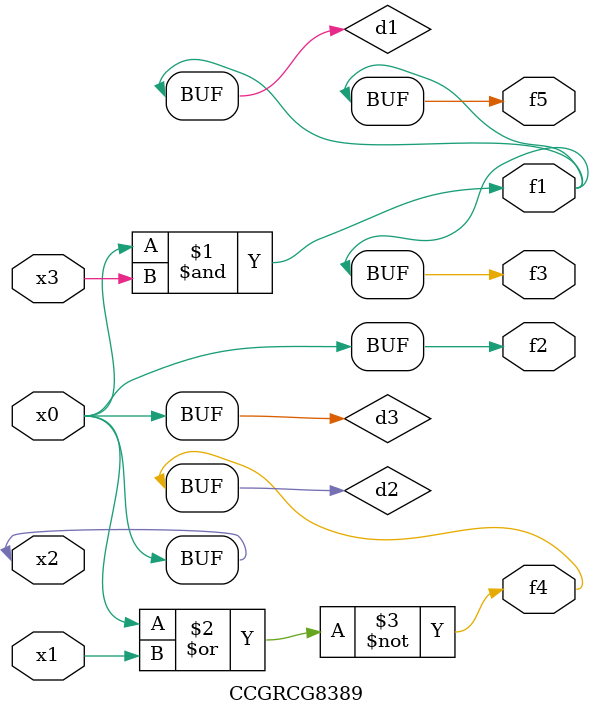
<source format=v>
module CCGRCG8389(
	input x0, x1, x2, x3,
	output f1, f2, f3, f4, f5
);

	wire d1, d2, d3;

	and (d1, x2, x3);
	nor (d2, x0, x1);
	buf (d3, x0, x2);
	assign f1 = d1;
	assign f2 = d3;
	assign f3 = d1;
	assign f4 = d2;
	assign f5 = d1;
endmodule

</source>
